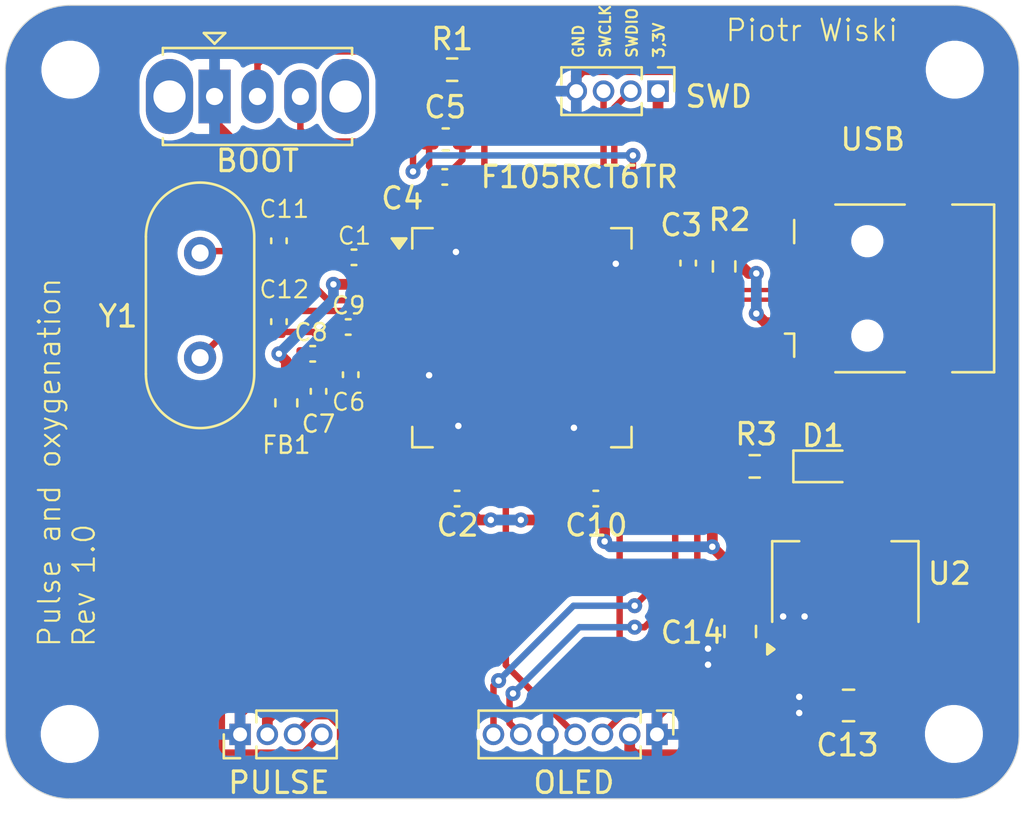
<source format=kicad_pcb>
(kicad_pcb (version 20240108) (generator "pcbnew") (generator_version "8.0")
  (title_block (title "STM32 Pulse sensor") (date "2024-06-02") (rev "v 1.0") (company "Piotr Wiski"))
  (layers (0 "F.Cu" signal) (31 "B.Cu" power) (34 "B.Paste" user) (35 "F.Paste" user) (36 "B.SilkS" user "B.Silkscreen") (37 "F.SilkS" user "F.Silkscreen") (38 "B.Mask" user) (39 "F.Mask" user) (44 "Edge.Cuts" user))
  (net 0 "")
  (net 1 "GND")
  (net 2 "+3.3V")
  (net 3 "+3.3VA")
  (net 4 "/NRST")
  (net 5 "/HSE_IN")
  (net 6 "/HSE_OUT")
  (net 7 "VBUS")
  (net 8 "Net-(D1-K)")
  (net 12 "/USB_D+")
  (net 13 "/USB_D-")
  (net 16 "/SWCLK")
  (net 17 "/SWDIO")
  (net 18 "/SPI1_MOSI")
  (net 19 "/SPI1_SCK")
  (net 20 "/OLED_DC")
  (net 21 "/OLED_CS")
  (net 22 "/I2C1_SDA")
  (net 23 "/I2C1_SCL")
  (net 24 "Net-(U1-BOOT0)")
  (net 25 "Net-(SW1-B)")
  (footprint "Package_QFP:LQFP-64_10x10mm_P0.5mm" (layer "F.Cu") (at 107.325 65.5)
    (property "Reference" "F105RCT6TR" (at 2.675 -7.5 0) (layer "F.SilkS"))
    (property "Value" "STM32F105RCT6TR")
    (pad "1" smd roundrect (at -5.675 -3.75) (size 1.55 0.3) (layers "F.Cu" "F.Paste" "F.Mask") (net 2 "+3.3V"))
    (pad "2" smd roundrect (at -5.675 -3.25) (size 1.55 0.3) (layers "F.Cu" "F.Paste" "F.Mask"))
    (pad "3" smd roundrect (at -5.675 -2.75) (size 1.55 0.3) (layers "F.Cu" "F.Paste" "F.Mask"))
    (pad "4" smd roundrect (at -5.675 -2.25) (size 1.55 0.3) (layers "F.Cu" "F.Paste" "F.Mask"))
    (pad "5" smd roundrect (at -5.675 -1.75) (size 1.55 0.3) (layers "F.Cu" "F.Paste" "F.Mask") (net 5 "/HSE_IN"))
    (pad "6" smd roundrect (at -5.675 -1.25) (size 1.55 0.3) (layers "F.Cu" "F.Paste" "F.Mask") (net 6 "/HSE_OUT"))
    (pad "7" smd roundrect (at -5.675 -0.75) (size 1.55 0.3) (layers "F.Cu" "F.Paste" "F.Mask") (net 4 "/NRST"))
    (pad "8" smd roundrect (at -5.675 -0.25) (size 1.55 0.3) (layers "F.Cu" "F.Paste" "F.Mask"))
    (pad "9" smd roundrect (at -5.675 0.25) (size 1.55 0.3) (layers "F.Cu" "F.Paste" "F.Mask"))
    (pad "10" smd roundrect (at -5.675 0.75) (size 1.55 0.3) (layers "F.Cu" "F.Paste" "F.Mask"))
    (pad "11" smd roundrect (at -5.675 1.25) (size 1.55 0.3) (layers "F.Cu" "F.Paste" "F.Mask"))
    (pad "12" smd roundrect (at -5.675 1.75) (size 1.55 0.3) (layers "F.Cu" "F.Paste" "F.Mask") (net 1 "GND"))
    (pad "13" smd roundrect (at -5.675 2.25) (size 1.55 0.3) (layers "F.Cu" "F.Paste" "F.Mask") (net 3 "+3.3VA"))
    (pad "14" smd roundrect (at -5.675 2.75) (size 1.55 0.3) (layers "F.Cu" "F.Paste" "F.Mask"))
    (pad "15" smd roundrect (at -5.675 3.25) (size 1.55 0.3) (layers "F.Cu" "F.Paste" "F.Mask"))
    (pad "16" smd roundrect (at -5.675 3.75) (size 1.55 0.3) (layers "F.Cu" "F.Paste" "F.Mask"))
    (pad "17" smd roundrect (at -3.75 5.675) (size 0.3 1.55) (layers "F.Cu" "F.Paste" "F.Mask"))
    (pad "18" smd roundrect (at -3.25 5.675) (size 0.3 1.55) (layers "F.Cu" "F.Paste" "F.Mask") (net 1 "GND"))
    (pad "19" smd roundrect (at -2.75 5.675) (size 0.3 1.55) (layers "F.Cu" "F.Paste" "F.Mask") (net 2 "+3.3V"))
    (pad "20" smd roundrect (at -2.25 5.675) (size 0.3 1.55) (layers "F.Cu" "F.Paste" "F.Mask"))
    (pad "21" smd roundrect (at -1.75 5.675) (size 0.3 1.55) (layers "F.Cu" "F.Paste" "F.Mask") (net 19 "/SPI1_SCK"))
    (pad "22" smd roundrect (at -1.25 5.675) (size 0.3 1.55) (layers "F.Cu" "F.Paste" "F.Mask"))
    (pad "23" smd roundrect (at -0.75 5.675) (size 0.3 1.55) (layers "F.Cu" "F.Paste" "F.Mask") (net 18 "/SPI1_MOSI"))
    (pad "24" smd roundrect (at -0.25 5.675) (size 0.3 1.55) (layers "F.Cu" "F.Paste" "F.Mask"))
    (pad "25" smd roundrect (at 0.25 5.675) (size 0.3 1.55) (layers "F.Cu" "F.Paste" "F.Mask"))
    (pad "26" smd roundrect (at 0.75 5.675) (size 0.3 1.55) (layers "F.Cu" "F.Paste" "F.Mask"))
    (pad "27" smd roundrect (at 1.25 5.675) (size 0.3 1.55) (layers "F.Cu" "F.Paste" "F.Mask"))
    (pad "28" smd roundrect (at 1.75 5.675) (size 0.3 1.55) (layers "F.Cu" "F.Paste" "F.Mask"))
    (pad "29" smd roundrect (at 2.25 5.675) (size 0.3 1.55) (layers "F.Cu" "F.Paste" "F.Mask"))
    (pad "30" smd roundrect (at 2.75 5.675) (size 0.3 1.55) (layers "F.Cu" "F.Paste" "F.Mask"))
    (pad "31" smd roundrect (at 3.25 5.675) (size 0.3 1.55) (layers "F.Cu" "F.Paste" "F.Mask") (net 1 "GND"))
    (pad "32" smd roundrect (at 3.75 5.675) (size 0.3 1.55) (layers "F.Cu" "F.Paste" "F.Mask") (net 2 "+3.3V"))
    (pad "33" smd roundrect (at 5.675 3.75) (size 1.55 0.3) (layers "F.Cu" "F.Paste" "F.Mask"))
    (pad "34" smd roundrect (at 5.675 3.25) (size 1.55 0.3) (layers "F.Cu" "F.Paste" "F.Mask"))
    (pad "35" smd roundrect (at 5.675 2.75) (size 1.55 0.3) (layers "F.Cu" "F.Paste" "F.Mask"))
    (pad "36" smd roundrect (at 5.675 2.25) (size 1.55 0.3) (layers "F.Cu" "F.Paste" "F.Mask"))
    (pad "37" smd roundrect (at 5.675 1.75) (size 1.55 0.3) (layers "F.Cu" "F.Paste" "F.Mask"))
    (pad "38" smd roundrect (at 5.675 1.25) (size 1.55 0.3) (layers "F.Cu" "F.Paste" "F.Mask"))
    (pad "39" smd roundrect (at 5.675 0.75) (size 1.55 0.3) (layers "F.Cu" "F.Paste" "F.Mask"))
    (pad "40" smd roundrect (at 5.675 0.25) (size 1.55 0.3) (layers "F.Cu" "F.Paste" "F.Mask"))
    (pad "41" smd roundrect (at 5.675 -0.25) (size 1.55 0.3) (layers "F.Cu" "F.Paste" "F.Mask"))
    (pad "42" smd roundrect (at 5.675 -0.75) (size 1.55 0.3) (layers "F.Cu" "F.Paste" "F.Mask") (net 21 "/OLED_CS"))
    (pad "43" smd roundrect (at 5.675 -1.25) (size 1.55 0.3) (layers "F.Cu" "F.Paste" "F.Mask") (net 20 "/OLED_DC"))
    (pad "44" smd roundrect (at 5.675 -1.75) (size 1.55 0.3) (layers "F.Cu" "F.Paste" "F.Mask") (net 13 "/USB_D-"))
    (pad "45" smd roundrect (at 5.675 -2.25) (size 1.55 0.3) (layers "F.Cu" "F.Paste" "F.Mask") (net 12 "/USB_D+"))
    (pad "46" smd roundrect (at 5.675 -2.75) (size 1.55 0.3) (layers "F.Cu" "F.Paste" "F.Mask") (net 17 "/SWDIO"))
    (pad "47" smd roundrect (at 5.675 -3.25) (size 1.55 0.3) (layers "F.Cu" "F.Paste" "F.Mask") (net 1 "GND"))
    (pad "48" smd roundrect (at 5.675 -3.75) (size 1.55 0.3) (layers "F.Cu" "F.Paste" "F.Mask") (net 2 "+3.3V"))
    (pad "49" smd roundrect (at 3.75 -5.675) (size 0.3 1.55) (layers "F.Cu" "F.Paste" "F.Mask") (net 16 "/SWCLK"))
    (pad "50" smd roundrect (at 3.25 -5.675) (size 0.3 1.55) (layers "F.Cu" "F.Paste" "F.Mask"))
    (pad "51" smd roundrect (at 2.75 -5.675) (size 0.3 1.55) (layers "F.Cu" "F.Paste" "F.Mask"))
    (pad "52" smd roundrect (at 2.25 -5.675) (size 0.3 1.55) (layers "F.Cu" "F.Paste" "F.Mask"))
    (pad "53" smd roundrect (at 1.75 -5.675) (size 0.3 1.55) (layers "F.Cu" "F.Paste" "F.Mask"))
    (pad "54" smd roundrect (at 1.25 -5.675) (size 0.3 1.55) (layers "F.Cu" "F.Paste" "F.Mask"))
    (pad "55" smd roundrect (at 0.75 -5.675) (size 0.3 1.55) (layers "F.Cu" "F.Paste" "F.Mask"))
    (pad "56" smd roundrect (at 0.25 -5.675) (size 0.3 1.55) (layers "F.Cu" "F.Paste" "F.Mask"))
    (pad "57" smd roundrect (at -0.25 -5.675) (size 0.3 1.55) (layers "F.Cu" "F.Paste" "F.Mask"))
    (pad "58" smd roundrect (at -0.75 -5.675) (size 0.3 1.55) (layers "F.Cu" "F.Paste" "F.Mask") (net 23 "/I2C1_SCL"))
    (pad "59" smd roundrect (at -1.25 -5.675) (size 0.3 1.55) (layers "F.Cu" "F.Paste" "F.Mask") (net 22 "/I2C1_SDA"))
    (pad "60" smd roundrect (at -1.75 -5.675) (size 0.3 1.55) (layers "F.Cu" "F.Paste" "F.Mask") (net 24 "Net-(U1-BOOT0)"))
    (pad "61" smd roundrect (at -2.25 -5.675) (size 0.3 1.55) (layers "F.Cu" "F.Paste" "F.Mask"))
    (pad "62" smd roundrect (at -2.75 -5.675) (size 0.3 1.55) (layers "F.Cu" "F.Paste" "F.Mask"))
    (pad "63" smd roundrect (at -3.25 -5.675) (size 0.3 1.55) (layers "F.Cu" "F.Paste" "F.Mask") (net 1 "GND"))
    (pad "64" smd roundrect (at -3.75 -5.675) (size 0.3 1.55) (layers "F.Cu" "F.Paste" "F.Mask") (net 2 "+3.3V"))
  )
  (footprint "Capacitor_SMD:C_0402_1005Metric" (layer "F.Cu") (at 115.075 62.02 -90)
    (property "Reference" "C3" (at -1.77 0.325 180) (layer "F.SilkS"))
    (property "Value" "100n")
    (pad "1" smd roundrect (at -0.48 0 270) (size 0.56 0.62) (layers "F.Cu" "F.Paste" "F.Mask") (net 2 "+3.3V"))
    (pad "2" smd roundrect (at 0.48 0 270) (size 0.56 0.62) (layers "F.Cu" "F.Paste" "F.Mask") (net 1 "GND"))
  )
  (footprint "MountingHole:MountingHole_2.2mm_M2" (layer "F.Cu") (at 127.5 53)
    (property "Reference" "H2" (hide yes))
    (property "Value" "MountingHole" (hide yes))
    (pad "" np_thru_hole circle (at 0 0) (size 2.2 2.2) (drill 2.2) (layers "*.Cu" "*.Mask"))
  )
  (footprint "Capacitor_SMD:C_0402_1005Metric" (layer "F.Cu") (at 96 64.75 -90)
    (property "Reference" "C12" (at -1.5 -0.25 180) (layer "F.SilkS") (effects (font (size 0.8 0.8) (thickness 0.1))))
    (property "Value" "22p")
    (pad "1" smd roundrect (at -0.48 0 270) (size 0.56 0.62) (layers "F.Cu" "F.Paste" "F.Mask") (net 6 "/HSE_OUT"))
    (pad "2" smd roundrect (at 0.48 0 270) (size 0.56 0.62) (layers "F.Cu" "F.Paste" "F.Mask") (net 1 "GND"))
  )
  (footprint "Connector_PinHeader_1.27mm:PinHeader_1x04_P1.27mm_Vertical" (layer "F.Cu") (at 113.67 54 -90)
    (property "Reference" "SWD" (at 0.25 -2.83 180) (layer "F.SilkS"))
    (property "Value" "Conn_SWD")
    (pad "1" thru_hole rect (at 0 0 270) (size 1 1) (drill 0.65) (layers "*.Cu" "*.Mask") (net 2 "+3.3V"))
    (pad "2" thru_hole oval (at 0 1.27 270) (size 1 1) (drill 0.65) (layers "*.Cu" "*.Mask") (net 17 "/SWDIO"))
    (pad "3" thru_hole oval (at 0 2.54 270) (size 1 1) (drill 0.65) (layers "*.Cu" "*.Mask") (net 16 "/SWCLK"))
    (pad "4" thru_hole oval (at 0 3.81 270) (size 1 1) (drill 0.65) (layers "*.Cu" "*.Mask") (net 1 "GND"))
  )
  (footprint "Connector_PinHeader_1.27mm:PinHeader_1x07_P1.27mm_Vertical" (layer "F.Cu") (at 113.62 84 -90)
    (property "Reference" "OLED" (at 2.25 3.87 180) (layer "F.SilkS"))
    (property "Value" "Conn_OLED")
    (pad "1" thru_hole rect (at 0 0 270) (size 1 1) (drill 0.65) (layers "*.Cu" "*.Mask") (net 1 "GND"))
    (pad "2" thru_hole oval (at 0 1.27 270) (size 1 1) (drill 0.65) (layers "*.Cu" "*.Mask") (net 7 "VBUS"))
    (pad "3" thru_hole oval (at 0 2.54 270) (size 1 1) (drill 0.65) (layers "*.Cu" "*.Mask") (net 19 "/SPI1_SCK"))
    (pad "4" thru_hole oval (at 0 3.81 270) (size 1 1) (drill 0.65) (layers "*.Cu" "*.Mask") (net 18 "/SPI1_MOSI"))
    (pad "5" thru_hole oval (at 0 5.08 270) (size 1 1) (drill 0.65) (layers "*.Cu" "*.Mask") (net 1 "GND"))
    (pad "6" thru_hole oval (at 0 6.35 270) (size 1 1) (drill 0.65) (layers "*.Cu" "*.Mask") (net 20 "/OLED_DC"))
    (pad "7" thru_hole oval (at 0 7.62 270) (size 1 1) (drill 0.65) (layers "*.Cu" "*.Mask") (net 21 "/OLED_CS"))
  )
  (footprint "Crystal:Crystal_HC49-4H_Vertical" (layer "F.Cu") (at 92.325 61.55 -90)
    (property "Reference" "Y1" (at 2.95 3.825 180) (layer "F.SilkS"))
    (property "Value" "16MHz")
    (pad "1" thru_hole circle (at 0 0 270) (size 1.5 1.5) (drill 0.8) (layers "*.Cu" "*.Mask") (net 5 "/HSE_IN"))
    (pad "2" thru_hole circle (at 4.88 0 270) (size 1.5 1.5) (drill 0.8) (layers "*.Cu" "*.Mask") (net 6 "/HSE_OUT"))
  )
  (footprint "Connector_USB:USB_Mini-B_Lumberg_2486_01_Horizontal" (layer "F.Cu") (at 123.425 63.2 90)
    (property "Reference" "USB" (at 6.95 0.255 180) (layer "F.SilkS"))
    (property "Value" "USB_B_Micro" (hide yes))
    (pad "" np_thru_hole circle (at -2.2 0 90) (size 1 1) (drill 1) (layers "*.Cu" "*.Mask"))
    (pad "" np_thru_hole circle (at 2.2 0 90) (size 1 1) (drill 1) (layers "*.Cu" "*.Mask"))
    (pad "1" smd rect (at -1.6 -2.7 90) (size 0.5 2) (layers "F.Cu" "F.Paste" "F.Mask") (net 7 "VBUS"))
    (pad "2" smd rect (at -0.8 -2.7 90) (size 0.5 2) (layers "F.Cu" "F.Paste" "F.Mask") (net 13 "/USB_D-"))
    (pad "3" smd rect (at 0 -2.7 90) (size 0.5 2) (layers "F.Cu" "F.Paste" "F.Mask") (net 12 "/USB_D+"))
    (pad "4" smd rect (at 0.8 -2.7 90) (size 0.5 2) (layers "F.Cu" "F.Paste" "F.Mask"))
    (pad "5" smd rect (at 1.6 -2.7 90) (size 0.5 2) (layers "F.Cu" "F.Paste" "F.Mask") (net 1 "GND"))
    (pad "6" smd rect (at -4.45 -2.6 90) (size 2 1.7) (layers "F.Cu" "F.Paste" "F.Mask"))
    (pad "6" smd rect (at -4.45 2.85 90) (size 2 1.7) (layers "F.Cu" "F.Paste" "F.Mask"))
    (pad "6" smd rect (at 4.45 -2.6 90) (size 2 1.7) (layers "F.Cu" "F.Paste" "F.Mask"))
    (pad "6" smd rect (at 4.45 2.85 90) (size 2 1.7) (layers "F.Cu" "F.Paste" "F.Mask"))
  )
  (footprint "Button_Switch_THT:SW_Slide_SPDT_Straight_CK_OS102011MS2Q" (layer "F.Cu") (at 93 54.25)
    (property "Reference" "BOOT" (at 2 3 0) (layer "F.SilkS"))
    (property "Value" "SW_SPDT")
    (pad "" thru_hole oval (at -2.1 0) (size 2.2 3.5) (drill 1.5) (layers "*.Cu" "*.Mask"))
    (pad "" thru_hole oval (at 6.1 0) (size 2.2 3.5) (drill 1.5) (layers "*.Cu" "*.Mask"))
    (pad "1" thru_hole rect (at 0 0) (size 1.5 2.5) (drill 0.8) (layers "*.Cu" "*.Mask") (net 1 "GND"))
    (pad "2" thru_hole oval (at 2 0) (size 1.5 2.5) (drill 0.8) (layers "*.Cu" "*.Mask") (net 25 "Net-(SW1-B)"))
    (pad "3" thru_hole oval (at 4 0) (size 1.5 2.5) (drill 0.8) (layers "*.Cu" "*.Mask") (net 2 "+3.3V"))
  )
  (footprint "Capacitor_SMD:C_0805_2012Metric" (layer "F.Cu") (at 122.55 82.65 180)
    (property "Reference" "C13" (at 0.05 -1.85 180) (layer "F.SilkS"))
    (property "Value" "22u")
    (pad "1" smd roundrect (at -0.95 0 180) (size 1 1.45) (layers "F.Cu" "F.Paste" "F.Mask") (net 7 "VBUS"))
    (pad "2" smd roundrect (at 0.95 0 180) (size 1 1.45) (layers "F.Cu" "F.Paste" "F.Mask") (net 1 "GND"))
  )
  (footprint "Resistor_SMD:R_0603_1608Metric" (layer "F.Cu") (at 104.075 53)
    (property "Reference" "R1" (at 0 -1.43 0) (layer "F.SilkS"))
    (property "Value" "10k")
    (pad "1" smd roundrect (at -0.825 0) (size 0.8 0.95) (layers "F.Cu" "F.Paste" "F.Mask") (net 25 "Net-(SW1-B)"))
    (pad "2" smd roundrect (at 0.825 0) (size 0.8 0.95) (layers "F.Cu" "F.Paste" "F.Mask") (net 24 "Net-(U1-BOOT0)"))
  )
  (footprint "Capacitor_SMD:C_0603_1608Metric" (layer "F.Cu") (at 103.775 56.25)
    (property "Reference" "C5" (at -0.025 -1.5 0) (layer "F.SilkS"))
    (property "Value" "10u")
    (pad "1" smd roundrect (at -0.775 0) (size 0.9 0.95) (layers "F.Cu" "F.Paste" "F.Mask") (net 2 "+3.3V"))
    (pad "2" smd roundrect (at 0.775 0) (size 0.9 0.95) (layers "F.Cu" "F.Paste" "F.Mask") (net 1 "GND"))
  )
  (footprint "Package_TO_SOT_SMD:SOT-223-3_TabPin2" (layer "F.Cu") (at 122.4 76.9 90)
    (property "Reference" "U2" (at 0.4 4.85 0) (layer "F.SilkS"))
    (property "Value" "AMS1117-3.3")
    (pad "1" smd roundrect (at -3.15 -2.3 90) (size 2 1.5) (layers "F.Cu" "F.Paste" "F.Mask") (net 1 "GND"))
    (pad "2" smd roundrect (at -3.15 0 90) (size 2 1.5) (layers "F.Cu" "F.Paste" "F.Mask") (net 2 "+3.3V"))
    (pad "2" smd roundrect (at 3.15 0 90) (size 2 3.8) (layers "F.Cu" "F.Paste" "F.Mask") (net 2 "+3.3V"))
    (pad "3" smd roundrect (at -3.15 2.3 90) (size 2 1.5) (layers "F.Cu" "F.Paste" "F.Mask") (net 7 "VBUS"))
  )
  (footprint "MountingHole:MountingHole_2.2mm_M2" (layer "F.Cu") (at 86.28 53)
    (property "Reference" "H1" (hide yes))
    (property "Value" "MountingHole" (hide yes))
    (pad "" np_thru_hole circle (at 0 0) (size 2.2 2.2) (drill 2.2) (layers "*.Cu" "*.Mask"))
  )
  (footprint "Inductor_SMD:L_0603_1608Metric" (layer "F.Cu") (at 96.345 68.5375 90)
    (property "Reference" "FB1" (at -1.9625 0 0) (layer "F.SilkS") (effects (font (size 0.8 0.8) (thickness 0.1125))))
    (property "Value" "120R")
    (pad "1" smd roundrect (at -0.7875 0 90) (size 0.875 0.95) (layers "F.Cu" "F.Paste" "F.Mask") (net 3 "+3.3VA"))
    (pad "2" smd roundrect (at 0.7875 0 90) (size 0.875 0.95) (layers "F.Cu" "F.Paste" "F.Mask") (net 2 "+3.3V"))
  )
  (footprint "Capacitor_SMD:C_0402_1005Metric" (layer "F.Cu") (at 99.23 65 180)
    (property "Reference" "C9" (at -0.02 1 180) (layer "F.SilkS") (effects (font (size 0.8 0.8) (thickness 0.1125))))
    (property "Value" "100n")
    (pad "1" smd roundrect (at -0.48 0 180) (size 0.56 0.62) (layers "F.Cu" "F.Paste" "F.Mask") (net 4 "/NRST"))
    (pad "2" smd roundrect (at 0.48 0 180) (size 0.56 0.62) (layers "F.Cu" "F.Paste" "F.Mask") (net 1 "GND"))
  )
  (footprint "MountingHole:MountingHole_2.2mm_M2" (layer "F.Cu") (at 127.46 83.98)
    (property "Reference" "H3" (hide yes))
    (property "Value" "MountingHole" (hide yes))
    (pad "" np_thru_hole circle (at 0 0) (size 2.2 2.2) (drill 2.2) (layers "*.Cu" "*.Mask"))
  )
  (footprint "Connector_PinHeader_1.27mm:PinHeader_1x04_P1.27mm_Vertical" (layer "F.Cu") (at 94.19 84 90)
    (property "Reference" "PULSE" (at -2.25 1.81 0) (layer "F.SilkS"))
    (property "Value" "Conn_MAX")
    (pad "1" thru_hole rect (at 0 0 90) (size 1 1) (drill 0.65) (layers "*.Cu" "*.Mask") (net 1 "GND"))
    (pad "2" thru_hole oval (at 0 1.27 90) (size 1 1) (drill 0.65) (layers "*.Cu" "*.Mask") (net 2 "+3.3V"))
    (pad "3" thru_hole oval (at 0 2.54 90) (size 1 1) (drill 0.65) (layers "*.Cu" "*.Mask") (net 22 "/I2C1_SDA"))
    (pad "4" thru_hole oval (at 0 3.81 90) (size 1 1) (drill 0.65) (layers "*.Cu" "*.Mask") (net 23 "/I2C1_SCL"))
  )
  (footprint "Resistor_SMD:R_0603_1608Metric" (layer "F.Cu") (at 118.175 71.5)
    (property "Reference" "R3" (at 0.075 -1.5 0) (layer "F.SilkS"))
    (property "Value" "1k5")
    (pad "1" smd roundrect (at -0.825 0) (size 0.8 0.95) (layers "F.Cu" "F.Paste" "F.Mask") (net 1 "GND"))
    (pad "2" smd roundrect (at 0.825 0) (size 0.8 0.95) (layers "F.Cu" "F.Paste" "F.Mask") (net 8 "Net-(D1-K)"))
  )
  (footprint "Capacitor_SMD:C_0402_1005Metric" (layer "F.Cu") (at 97.575 66.25)
    (property "Reference" "C8" (at -0.075 -1 0) (layer "F.SilkS") (effects (font (size 0.8 0.8) (thickness 0.1125))))
    (property "Value" "1u")
    (pad "1" smd roundrect (at -0.48 0) (size 0.56 0.62) (layers "F.Cu" "F.Paste" "F.Mask") (net 2 "+3.3V"))
    (pad "2" smd roundrect (at 0.48 0) (size 0.56 0.62) (layers "F.Cu" "F.Paste" "F.Mask") (net 1 "GND"))
  )
  (footprint "Capacitor_SMD:C_0402_1005Metric" (layer "F.Cu") (at 103.73 58)
    (property "Reference" "C4" (at -1.98 1 0) (layer "F.SilkS"))
    (property "Value" "100n")
    (pad "1" smd roundrect (at -0.48 0) (size 0.56 0.62) (layers "F.Cu" "F.Paste" "F.Mask") (net 2 "+3.3V"))
    (pad "2" smd roundrect (at 0.48 0) (size 0.56 0.62) (layers "F.Cu" "F.Paste" "F.Mask") (net 1 "GND"))
  )
  (footprint "Capacitor_SMD:C_0402_1005Metric" (layer "F.Cu") (at 99.5 61.75 180)
    (property "Reference" "C1" (at -0.02 1 0) (layer "F.SilkS") (effects (font (size 0.8 0.8) (thickness 0.1))))
    (property "Value" "100n")
    (pad "1" smd roundrect (at -0.48 0 180) (size 0.56 0.62) (layers "F.Cu" "F.Paste" "F.Mask") (net 2 "+3.3V"))
    (pad "2" smd roundrect (at 0.48 0 180) (size 0.56 0.62) (layers "F.Cu" "F.Paste" "F.Mask") (net 1 "GND"))
  )
  (footprint "Capacitor_SMD:C_0402_1005Metric" (layer "F.Cu") (at 104.305 73 180)
    (property "Reference" "C2" (at -0.02 -1.25 180) (layer "F.SilkS"))
    (property "Value" "100n")
    (pad "1" smd roundrect (at -0.48 0 180) (size 0.56 0.62) (layers "F.Cu" "F.Paste" "F.Mask") (net 2 "+3.3V"))
    (pad "2" smd roundrect (at 0.48 0 180) (size 0.56 0.62) (layers "F.Cu" "F.Paste" "F.Mask") (net 1 "GND"))
  )
  (footprint "Capacitor_SMD:C_0402_1005Metric" (layer "F.Cu") (at 110.77 73 180)
    (property "Reference" "C10" (at -0.02 -1.25 180) (layer "F.SilkS"))
    (property "Value" "100n")
    (pad "1" smd roundrect (at -0.48 0 180) (size 0.56 0.62) (layers "F.Cu" "F.Paste" "F.Mask") (net 2 "+3.3V"))
    (pad "2" smd roundrect (at 0.48 0 180) (size 0.56 0.62) (layers "F.Cu" "F.Paste" "F.Mask") (net 1 "GND"))
  )
  (footprint "MountingHole:MountingHole_2.2mm_M2" (layer "F.Cu") (at 86.25 83.98)
    (property "Reference" "H4" (hide yes))
    (property "Value" "MountingHole" (hide yes))
    (pad "" np_thru_hole circle (at 0 0) (size 2.2 2.2) (drill 2.2) (layers "*.Cu" "*.Mask"))
  )
  (footprint "Capacitor_SMD:C_0402_1005Metric" (layer "F.Cu") (at 99.345 67.225 90)
    (property "Reference" "C6" (at -1.275 -0.095 180) (layer "F.SilkS") (effects (font (size 0.8 0.8) (thickness 0.1))))
    (property "Value" "10n")
    (pad "1" smd roundrect (at -0.48 0 90) (size 0.56 0.62) (layers "F.Cu" "F.Paste" "F.Mask") (net 3 "+3.3VA"))
    (pad "2" smd roundrect (at 0.48 0 90) (size 0.56 0.62) (layers "F.Cu" "F.Paste" "F.Mask") (net 1 "GND"))
  )
  (footprint "Capacitor_SMD:C_0402_1005Metric" (layer "F.Cu") (at 97.845 68 90)
    (property "Reference" "C7" (at -1.52 0 0) (layer "F.SilkS") (effects (font (size 0.8 0.8) (thickness 0.1125))))
    (property "Value" "1u")
    (pad "1" smd roundrect (at -0.48 0 90) (size 0.56 0.62) (layers "F.Cu" "F.Paste" "F.Mask") (net 3 "+3.3VA"))
    (pad "2" smd roundrect (at 0.48 0 90) (size 0.56 0.62) (layers "F.Cu" "F.Paste" "F.Mask") (net 1 "GND"))
  )
  (footprint "Resistor_SMD:R_0603_1608Metric" (layer "F.Cu") (at 116.75 62.175 -90)
    (property "Reference" "R2" (at -2.175 -0.25 180) (layer "F.SilkS"))
    (property "Value" "1k5")
    (pad "1" smd roundrect (at -0.825 0 270) (size 0.8 0.95) (layers "F.Cu" "F.Paste" "F.Mask") (net 7 "VBUS"))
    (pad "2" smd roundrect (at 0.825 0 270) (size 0.8 0.95) (layers "F.Cu" "F.Paste" "F.Mask") (net 12 "/USB_D+"))
  )
  (footprint "Capacitor_SMD:C_0805_2012Metric" (layer "F.Cu") (at 117.5 79.2 -90)
    (property "Reference" "C14" (at 0.05 2.25 180) (layer "F.SilkS"))
    (property "Value" "22u")
    (pad "1" smd roundrect (at -0.95 0 270) (size 1 1.45) (layers "F.Cu" "F.Paste" "F.Mask") (net 2 "+3.3V"))
    (pad "2" smd roundrect (at 0.95 0 270) (size 1 1.45) (layers "F.Cu" "F.Paste" "F.Mask") (net 1 "GND"))
  )
  (footprint "LED_SMD:LED_0603_1608Metric" (layer "F.Cu") (at 121.4625 71.5)
    (property "Reference" "D1" (at -0.1125 -1.43 0) (layer "F.SilkS"))
    (property "Value" "RED_LED")
    (pad "1" smd roundrect (at -0.7875 0) (size 0.875 0.95) (layers "F.Cu" "F.Paste" "F.Mask") (net 8 "Net-(D1-K)"))
    (pad "2" smd roundrect (at 0.7875 0) (size 0.875 0.95) (layers "F.Cu" "F.Paste" "F.Mask") (net 2 "+3.3V"))
  )
  (footprint "Capacitor_SMD:C_0402_1005Metric" (layer "F.Cu") (at 96 60.98 90)
    (property "Reference" "C11" (at 1.48 0.25 0) (layer "F.SilkS") (effects (font (size 0.8 0.8) (thickness 0.1))))
    (property "Value" "22p")
    (pad "1" smd roundrect (at -0.48 0 90) (size 0.56 0.62) (layers "F.Cu" "F.Paste" "F.Mask") (net 5 "/HSE_IN"))
    (pad "2" smd roundrect (at 0.48 0 90) (size 0.56 0.62) (layers "F.Cu" "F.Paste" "F.Mask") (net 1 "GND"))
  )
  (gr_line (start 130.5 84) (end 130.5 53) (stroke (width 0.05)) (layer "Edge.Cuts"))
  (gr_line (start 127.5 50) (end 86.25 50) (stroke (width 0.05)) (layer "Edge.Cuts"))
  (gr_line (start 83.25 53) (end 83.25 53.5) (stroke (width 0.05)) (layer "Edge.Cuts"))
  (gr_line (start 127.5 87) (end 86.25 87) (stroke (width 0.05)) (layer "Edge.Cuts"))
  (gr_arc (start 130.5 84) (mid 129.62132 86.12132) (end 127.5 87) (stroke (width 0.05)) (layer "Edge.Cuts"))
  (gr_line (start 83.25 53.5) (end 83.25 84) (stroke (width 0.05)) (layer "Edge.Cuts"))
  (gr_arc (start 127.5 50) (mid 129.62132 50.87868) (end 130.5 53) (stroke (width 0.05)) (layer "Edge.Cuts"))
  (gr_arc (start 86.25 87) (mid 84.12868 86.12132) (end 83.25 84) (stroke (width 0.05)) (layer "Edge.Cuts"))
  (gr_arc (start 83.25 53) (mid 84.12868 50.87868) (end 86.25 50) (stroke (width 0.05)) (layer "Edge.Cuts"))
  (gr_text "GND" (at 110.25 52.5 90) (layer "F.SilkS") (effects (font (size 0.5 0.5) (thickness 0.1)) (justify left bottom)))
  (gr_text "SWCLK" (at 111.5 52.5 90) (layer "F.SilkS") (effects (font (size 0.5 0.5) (thickness 0.1)) (justify left bottom)))
  (gr_text "3,3V" (at 114 52.5 90) (layer "F.SilkS") (effects (font (size 0.5 0.5) (thickness 0.1)) (justify left bottom)))
  (gr_text "Piotr Wiski" (at 116.75 51.75 0) (layer "F.SilkS") (effects (font (size 1 1) (thickness 0.1)) (justify left bottom)))
  (gr_text "Pulse and oxygenation\nRev 1.0" (at 87.5 80 90) (layer "F.SilkS") (effects (font (size 1 1) (thickness 0.1)) (justify left bottom)))
  (gr_text "SWDIO" (at 112.75 52.5 90) (layer "F.SilkS") (effects (font (size 0.5 0.5) (thickness 0.1)) (justify left bottom)))
  (segment (start 113.62 84) (end 113.62 83.13) (width 0.5) (layer "F.Cu") (net 1))
  (segment (start 113.62 83.13) (end 116 80.75) (width 0.5) (layer "F.Cu") (net 1))
  (segment (start 104.21 57.54) (end 104.55 57.2) (width 0.3) (layer "F.Cu") (net 1))
  (segment (start 97.77 60.5) (end 96 60.5) (width 0.5) (layer "F.Cu") (net 1))
  (segment (start 117.35 71.5) (end 119.5 73.65) (width 0.5) (layer "F.Cu") (net 1))
  (segment (start 120.725 61.6) (end 115 55.875) (width 0.5) (layer "F.Cu") (net 1))
  (segment (start 103.825 72.425) (end 103.825 73) (width 0.3) (layer "F.Cu") (net 1))
  (segment (start 98.055 67.31) (end 97.845 67.52) (width 0.3) (layer "F.Cu") (net 1))
  (segment (start 104.075 58.925) (end 104.25 58.75) (width 0.3) (layer "F.Cu") (net 1))
  (segment (start 94.19 84) (end 94.19 83) (width 0.5) (layer "F.Cu") (net 1))
  (segment (start 96 65.23) (end 97.59 65.23) (width 0.3) (layer "F.Cu") (net 1))
  (segment (start 110.575 71.175) (end 110.575 70.29688) (width 0.3) (layer "F.Cu") (net 1))
  (segment (start 110.29 72.33812) (end 110.29 73) (width 0.3) (layer "F.Cu") (net 1))
  (segment (start 99.391846 66.745) (end 99.345 66.745) (width 0.3) (layer "F.Cu") (net 1))
  (segment (start 109.86 53.292894) (end 109.86 54) (width 0.5) (layer "F.Cu") (net 1))
  (segment (start 98.055 65.695) (end 98.75 65) (width 0.3) (layer "F.Cu") (net 1))
  (segment (start 99.02 61.75) (end 97.77 60.5) (width 0.5) (layer "F.Cu") (net 1))
  (segment (start 104.075 59.825) (end 104.075 61.325) (width 0.3) (layer "F.Cu") (net 1))
  (segment (start 98.055 66.25) (end 98.055 65.695) (width 0.3) (layer "F.Cu") (net 1))
  (segment (start 93 55.5) (end 93 54.25) (width 0.5) (layer "F.Cu") (net 1))
  (segment (start 101.65 67.25) (end 99.896846 67.25) (width 0.3) (layer "F.Cu") (net 1))
  (segment (start 109.97812 69.7) (end 109.75 69.7) (width 0.3) (layer "F.Cu") (net 1))
  (segment (start 115 53.43) (end 114.57 53) (width 0.5) (layer "F.Cu") (net 1))
  (segment (start 97.59 65.23) (end 98.055 65.695) (width 0.3) (layer "F.Cu") (net 1))
  (segment (start 104.075 61.325) (end 104.25 61.5) (width 0.3) (layer "F.Cu") (net 1))
  (segment (start 114 62.25) (end 114.25 62.5) (width 0.3) (layer "F.Cu") (net 1))
  (segment (start 101.65 67.25) (end 103 67.25) (width 0.3) (layer "F.Cu") (net 1))
  (segment (start 98.85 66.25) (end 98.055 66.25) (width 0.3) (layer "F.Cu") (net 1))
  (segment (start 99.896846 67.25) (end 99.391846 66.745) (width 0.3) (layer "F.Cu") (net 1))
  (segment (start 113 62.25) (end 111.9 62.25) (width 0.3) (layer "F.Cu") (net 1))
  (segment (start 94.19 83) (end 103.825 73.365) (width 0.5) (layer "F.Cu") (net 1))
  (segment (start 110.152894 53) (end 109.86 53.292894) (width 0.5) (layer "F.Cu") (net 1))
  (segment (start 104.075 72.175) (end 103.825 72.425) (width 0.3) (layer "F.Cu") (net 1))
  (segment (start 104.075 71.175) (end 104.075 69.900177) (width 0.3) (layer "F.Cu") (net 1))
  (segment (start 115 55.875) (end 115 53.43) (width 0.5) (layer "F.Cu") (net 1))
  (segment (start 113 62.25) (end 114 62.25) (width 0.3) (layer "F.Cu") (net 1))
  (segment (start 110.575 71.175) (end 110.575 72.05312) (width 0.3) (layer "F.Cu") (net 1))
  (segment (start 104.075 59.825) (end 104.075 58.925) (width 0.3) (layer "F.Cu") (net 1))
  (segment (start 104.075 69.900177) (end 104.362588 69.612589) (width 0.3) (layer "F.Cu") (net 1))
  (segment (start 98.055 66.25) (end 98.055 67.31) (width 0.3) (layer "F.Cu") (net 1))
  (segment (start 99.345 66.745) (end 98.85 66.25) (width 0.3) (layer "F.Cu") (net 1))
  (segment (start 104.21 58) (end 104.21 57.54) (width 0.3) (layer "F.Cu") (net 1))
  (segment (start 104.55 57.2) (end 104.55 56.25) (width 0.3) (layer "F.Cu") (net 1))
  (segment (start 96 58.5) (end 93 55.5) (width 0.5) (layer "F.Cu") (net 1))
  (segment (start 110.575 72.05312) (end 110.29 72.33812) (width 0.3) (layer "F.Cu") (net 1))
  (segment (start 110.575 70.29688) (end 109.97812 69.7) (width 0.3) (layer "F.Cu") (net 1))
  (segment (start 119.5 73.65) (end 119.5 78.5) (width 0.5) (layer "F.Cu") (net 1))
  (segment (start 114.25 62.5) (end 115.075 62.5) (width 0.3) (layer "F.Cu") (net 1))
  (segment (start 103.825 73.365) (end 103.825 73) (width 0.5) (layer "F.Cu") (net 1))
  (segment (start 104.25 58.75) (end 104.21 58.71) (width 0.3) (layer "F.Cu") (net 1))
  (segment (start 114.57 53) (end 110.152894 53) (width 0.5) (layer "F.Cu") (net 1))
  (segment (start 96 60.5) (end 96 58.5) (width 0.5) (layer "F.Cu") (net 1))
  (segment (start 104.075 71.175) (end 104.075 72.175) (width 0.3) (layer "F.Cu") (net 1))
  (segment (start 111.9 62.25) (end 111.7 62.05) (width 0.3) (layer "F.Cu") (net 1))
  (segment (start 104.21 58.71) (end 104.21 58) (width 0.3) (layer "F.Cu") (net 1))
  (via (at 116 80.75) (size 0.7) (drill 0.3) (layers "F.Cu" "B.Cu") (net 1))
  (via (at 120.5 78.5) (size 0.7) (drill 0.3) (layers "F.Cu" "B.Cu") (net 1))
  (via (at 111.7 62.05) (size 0.7) (drill 0.3) (layers "F.Cu" "B.Cu") (net 1))
  (via (at 103 67.25) (size 0.7) (drill 0.3) (layers "F.Cu" "B.Cu") (net 1))
  (via (at 119.5 78.5) (size 0.7) (drill 0.3) (layers "F.Cu" "B.Cu") (net 1))
  (via (at 116 80) (size 0.7) (drill 0.3) (layers "F.Cu" "B.Cu") (net 1))
  (via (at 120.25 83) (size 0.7) (drill 0.3) (layers "F.Cu" "B.Cu") (net 1))
  (via (at 104.362588 69.612589) (size 0.7) (drill 0.3) (layers "F.Cu" "B.Cu") (net 1))
  (via (at 120.25 82.25) (size 0.7) (drill 0.3) (layers "F.Cu" "B.Cu") (net 1))
  (via (at 104.25 61.5) (size 0.7) (drill 0.3) (layers "F.Cu" "B.Cu") (net 1))
  (via (at 109.75 69.7) (size 0.7) (drill 0.3) (layers "F.Cu" "B.Cu") (net 1))
  (segment (start 98.25 82) (end 96.752894 82) (width 0.5) (layer "F.Cu") (net 2))
  (segment (start 96.501447 82.251447) (end 104.785 73.967894) (width 0.5) (layer "F.Cu") (net 2))
  (segment (start 103.575 58.825) (end 103.25 58.5) (width 0.3) (layer "F.Cu") (net 2))
  (segment (start 99.5 83.25) (end 98.25 82) (width 0.5) (layer "F.Cu") (net 2))
  (segment (start 96.345 66.595) (end 96 66.25) (width 0.5) (layer "F.Cu") (net 2))
  (segment (start 114.25 61.5) (end 114.29 61.54) (width 0.3) (layer "F.Cu") (net 2))
  (segment (start 96.345 67.75) (end 96.345 67) (width 0.3) (layer "F.Cu") (net 2))
  (segment (start 97 54.25) (end 97 55.8) (width 0.3) (layer "F.Cu") (net 2))
  (segment (start 97.55 56.35) (end 102.5 56.35) (width 0.3) (layer "F.Cu") (net 2))
  (segment (start 99 86.25) (end 99.5 85.75) (width 0.5) (layer "F.Cu") (net 2))
  (segment (start 91.25 85.25) (end 92.25 86.25) (width 0.5) (layer "F.Cu") (net 2))
  (segment (start 103 61.75) (end 103.575 61.175) (width 0.3) (layer "F.Cu") (net 2))
  (segment (start 111.25 72.25) (end 111.25 73) (width 0.3) (layer "F.Cu") (net 2))
  (segment (start 98.539975 63.010025) (end 99.239975 63.010025) (width 0.5) (layer "F.Cu") (net 2))
  (segment (start 97 55.8) (end 97.55 56.35) (width 0.3) (layer "F.Cu") (net 2))
  (segment (start 99.98 62.27) (end 99.98 61.75) (width 0.5) (layer "F.Cu") (net 2))
  (segment (start 111.18 73.07) (end 111.25 73) (width 0.5) (layer "F.Cu") (net 2))
  (segment (start 103.25 57.75) (end 103 57.5) (width 0.3) (layer "F.Cu") (net 2))
  (segment (start 121.25 70.5) (end 122.25 71.5) (width 0.5) (layer "F.Cu") (net 2))
  (segment (start 113 61.75) (end 112.5 61.25) (width 0.3) (layer "F.Cu") (net 2))
  (segment (start 102.5 56.35) (end 102.9 56.35) (width 0.3) (layer "F.Cu") (net 2))
  (segment (start 96.345 67.75) (end 91.25 72.845) (width 0.5) (layer "F.Cu") (net 2))
  (segment (start 105.285 74) (end 104.785 73.5) (width 0.5) (layer "F.Cu") (net 2))
  (segment (start 116.2 71.25022) (end 116.95022 70.5) (width 0.5) (layer "F.Cu") (net 2))
  (segment (start 96.752894 82) (end 96.501447 82.251447) (width 0.5) (layer "F.Cu") (net 2))
  (segment (start 113.67 60.135) (end 115.075 61.54) (width 0.5) (layer "F.Cu") (net 2))
  (segment (start 103.575 59.825) (end 103.575 58.825) (width 0.3) (layer "F.Cu") (net 2))
  (segment (start 103.575 61.175) (end 103.575 59.825) (width 0.3) (layer "F.Cu") (net 2))
  (segment (start 104.785 73.5) (end 104.785 73) (width 0.5) (layer "F.Cu") (net 2))
  (segment (start 113 61.75) (end 114 61.75) (width 0.3) (layer "F.Cu") (net 2))
  (segment (start 92.25 86.25) (end 99 86.25) (width 0.5) (layer "F.Cu") (net 2))
  (segment (start 103.25 58.5) (end 103.25 58) (width 0.3) (layer "F.Cu") (net 2))
  (segment (start 103.25 58) (end 103.25 57.75) (width 0.3) (layer "F.Cu") (net 2))
  (segment (start 105.875 74) (end 105.285 74) (width 0.5) (layer "F.Cu") (net 2))
  (segment (start 117.5 76.55) (end 116.2 75.25) (width 0.5) (layer "F.Cu") (net 2))
  (segment (start 99.98 61.75) (end 101.65 61.75) (width 0.3) (layer "F.Cu") (net 2))
  (segment (start 102.9 56.35) (end 103 56.25) (width 0.3) (layer "F.Cu") (net 2))
  (segment (start 95.46 83.292894) (end 96.501447 82.251447) (width 0.5) (layer "F.Cu") (net 2))
  (segment (start 116.2 75.25) (end 116.2 71.25022) (width 0.5) (layer "F.Cu") (net 2))
  (segment (start 114.29 61.54) (end 115.075 61.54) (width 0.3) (layer "F.Cu") (net 2))
  (segment (start 102.25 57.75) (end 102.25 56.6) (width 0.3) (layer "F.Cu") (net 2))
  (segment (start 111.18 74) (end 111.18 73.07) (width 0.5) (layer "F.Cu") (net 2))
  (segment (start 117.5 78.25) (end 117.5 76.55) (width 0.5) (layer "F.Cu") (net 2))
  (segment (start 111.18 75) (end 111.18 74) (width 0.5) (layer "F.Cu") (net 2))
  (segment (start 116.95022 70.5) (end 121.25 70.5) (width 0.5) (layer "F.Cu") (net 2))
  (segment (start 101.65 61.75) (end 103 61.75) (width 0.3) (layer "F.Cu") (net 2))
  (segment (start 102.25 56.6) (end 102.5 56.35) (width 0.3) (layer "F.Cu") (net 2))
  (segment (start 99.5 85.75) (end 99.5 83.25) (width 0.5) (layer "F.Cu") (net 2))
  (segment (start 114 61.75) (end 114.25 61.5) (width 0.3) (layer "F.Cu") (net 2))
  (segment (start 104.785 73.967894) (end 104.785 73.5) (width 0.5) (layer "F.Cu") (net 2))
  (segment (start 99.239975 63.010025) (end 99.98 62.27) (width 0.5) (layer "F.Cu") (net 2))
  (segment (start 104.575 71.175) (end 104.575 72.05312) (width 0.3) (layer "F.Cu") (net 2))
  (segment (start 122.65 80.3) (end 122.4 80.05) (width 0.3) (layer "F.Cu") (net 2))
  (segment (start 104.575 72.05312) (end 104.785 72.26312) (width 0.3) (layer "F.Cu") (net 2))
  (segment (start 104.785 72.26312) (end 104.785 73) (width 0.3) (layer "F.Cu") (net 2))
  (segment (start 96.345 67.75) (end 96.345 66.595) (width 0.5) (layer "F.Cu") (net 2))
  (segment (start 113.67 54) (end 113.67 60.135) (width 0.5) (layer "F.Cu") (net 2))
  (segment (start 95.46 84) (end 95.46 83.292894) (width 0.5) (layer "F.Cu") (net 2))
  (segment (start 103 57.5) (end 103 56.25) (width 0.3) (layer "F.Cu") (net 2))
  (segment (start 111.18 74) (end 107.275 74) (width 0.5) (layer "F.Cu") (net 2))
  (segment (start 91.25 72.845) (end 91.25 85.25) (width 0.5) (layer "F.Cu") (net 2))
  (segment (start 96.345 67) (end 97.095 66.25) (width 0.3) (layer "F.Cu") (net 2))
  (segment (start 112.5 61.25) (end 112.5 57) (width 0.3) (layer "F.Cu") (net 2))
  (segment (start 111.075 72.075) (end 111.25 72.25) (width 0.3) (layer "F.Cu") (net 2))
  (segment (start 111.075 71.175) (end 111.075 72.075) (width 0.3) (layer "F.Cu") (net 2))
  (via (at 105.875 74) (size 0.7) (drill 0.3) (layers "F.Cu" "B.Cu") (net 2))
  (via (at 112.5 57) (size 0.7) (drill 0.3) (layers "F.Cu" "B.Cu") (net 2))
  (via (at 116.2 75.25) (size 0.7) (drill 0.3) (layers "F.Cu" "B.Cu") (net 2))
  (via (at 111.18 75) (size 0.7) (drill 0.3) (layers "F.Cu" "B.Cu") (net 2))
  (via (at 107.275 74) (size 0.7) (drill 0.3) (layers "F.Cu" "B.Cu") (net 2))
  (via (at 98.539975 63.010025) (size 0.7) (drill 0.3) (layers "F.Cu" "B.Cu") (net 2))
  (via (at 96 66.25) (size 0.7) (drill 0.3) (layers "F.Cu" "B.Cu") (net 2))
  (via (at 102.25 57.75) (size 0.7) (drill 0.3) (layers "F.Cu" "B.Cu") (net 2))
  (segment (start 103 57) (end 102.25 57.75) (width 0.3) (layer "B.Cu") (net 2))
  (segment (start 107.275 74) (end 105.875 74) (width 0.5) (layer "B.Cu") (net 2))
  (segment (start 111.43 75.25) (end 111.18 75) (width 0.5) (layer "B.Cu") (net 2))
  (segment (start 116.2 75.25) (end 111.43 75.25) (width 0.5) (layer "B.Cu") (net 2))
  (segment (start 112.5 57) (end 103 57) (width 0.3) (layer "B.Cu") (net 2))
  (segment (start 98.539975 63.010025) (end 98.539975 63.710025) (width 0.5) (layer "B.Cu") (net 2))
  (segment (start 98.539975 63.710025) (end 96 66.25) (width 0.5) (layer "B.Cu") (net 2))
  (segment (start 98.865 68.48) (end 99.345 68) (width 0.3) (layer "F.Cu") (net 3))
  (segment (start 97.845 68.48) (end 98.865 68.48) (width 0.3) (layer "F.Cu") (net 3))
  (segment (start 99.345 68) (end 99.595 67.75) (width 0.3) (layer "F.Cu") (net 3))
  (segment (start 96.345 69.325) (end 97 69.325) (width 0.3) (layer "F.Cu") (net 3))
  (segment (start 97 69.325) (end 97.845 68.48) (width 0.3) (layer "F.Cu") (net 3))
  (segment (start 99.595 67.75) (end 101.65 67.75) (width 0.3) (layer "F.Cu") (net 3))
  (segment (start 99.96 64.75) (end 101.65 64.75) (width 0.3) (layer "F.Cu") (net 4))
  (segment (start 99.71 65) (end 99.96 64.75) (width 0.3) (layer "F.Cu") (net 4))
  (segment (start 92.415 61.46) (end 92.325 61.55) (width 0.3) (layer "F.Cu") (net 5))
  (segment (start 96 61.46) (end 92.415 61.46) (width 0.3) (layer "F.Cu") (net 5))
  (segment (start 98.29 63.75) (end 101.65 63.75) (width 0.3) (layer "F.Cu") (net 5))
  (segment (start 96 61.46) (end 98.29 63.75) (width 0.3) (layer "F.Cu") (net 5))
  (segment (start 96.02 64.25) (end 101.65 64.25) (width 0.3) (layer "F.Cu") (net 6))
  (segment (start 96 64.27) (end 96.02 64.25) (width 0.3) (layer "F.Cu") (net 6))
  (segment (start 92.325 66.43) (end 94.485 64.27) (width 0.3) (layer "F.Cu") (net 6))
  (segment (start 94.485 64.27) (end 96 64.27) (width 0.3) (layer "F.Cu") (net 6))
  (segment (start 117.9 62.5) (end 116.75 61.35) (width 0.5) (layer "F.Cu") (net 7))
  (segment (start 120.725 64.8) (end 119.525 66) (width 0.5) (layer "F.Cu") (net 7))
  (segment (start 121.2 84.95) (end 112.592894 84.95) (width 0.5) (layer "F.Cu") (net 7))
  (segment (start 118.675 64.8) (end 118.25 64.375) (width 0.5) (layer "F.Cu") (net 7))
  (segment (start 119.925 69.5) (end 122.5 69.5) (width 0.5) (layer "F.Cu") (net 7))
  (segment (start 112.35 84.707106) (end 112.35 84) (width 0.5) (layer "F.Cu") (net 7))
  (segment (start 118.25 62.5) (end 117.9 62.5) (width 0.5) (layer "F.Cu") (net 7))
  (segment (start 120.725 64.8) (end 118.675 64.8) (width 0.5) (layer "F.Cu") (net 7))
  (segment (start 123.5 82.65) (end 121.2 84.95) (width 0.5) (layer "F.Cu") (net 7))
  (segment (start 125.75 79) (end 124.7 80.05) (width 0.5) (layer "F.Cu") (net 7))
  (segment (start 112.592894 84.95) (end 112.35 84.707106) (width 0.5) (layer "F.Cu") (net 7))
  (segment (start 122.5 69.5) (end 125.75 72.75) (width 0.5) (layer "F.Cu") (net 7))
  (segment (start 119.525 66) (end 119.525 69.1) (width 0.5) (layer "F.Cu") (net 7))
  (segment (start 119.525 69.1) (end 119.925 69.5) (width 0.5) (layer "F.Cu") (net 7))
  (segment (start 125.75 72.75) (end 125.75 79) (width 0.5) (layer "F.Cu") (net 7))
  (via (at 118.25 64.375) (size 0.7) (drill 0.3) (layers "F.Cu" "B.Cu") (net 7))
  (via (at 118.25 62.5) (size 0.7) (drill 0.3) (layers "F.Cu" "B.Cu") (net 7))
  (segment (start 118.25 64.375) (end 118.25 62.5) (width 0.5) (layer "B.Cu") (net 7))
  (segment (start 120.675 71.5) (end 119 71.5) (width 0.3) (layer "F.Cu") (net 8))
  (segment (start 119.401206 63.2) (end 119.326206 63.275) (width 0.2) (layer "F.Cu") (net 12))
  (segment (start 114.187501 63.275) (end 119.326206 63.275) (width 0.2) (layer "F.Cu") (net 12))
  (segment (start 120.725 63.2) (end 119.401206 63.2) (width 0.2) (layer "F.Cu") (net 12))
  (segment (start 113.049999 63.299999) (end 113 63.25) (width 0.2) (layer "F.Cu") (net 12))
  (segment (start 113 63.25) (end 114.162501 63.25) (width 0.2) (layer "F.Cu") (net 12))
  (segment (start 114.162501 63.25) (end 114.187501 63.275) (width 0.2) (layer "F.Cu") (net 12))
  (segment (start 120.475 63.75) (end 119.425 63.75) (width 0.2) (layer "F.Cu") (net 13))
  (segment (start 119.425 63.725) (end 114.187501 63.725) (width 0.2) (layer "F.Cu") (net 13))
  (segment (start 120.725 64) (end 120.475 63.75) (width 0.2) (layer "F.Cu") (net 13))
  (segment (start 114.187501 63.725) (end 114.162501 63.75) (width 0.2) (layer "F.Cu") (net 13))
  (segment (start 114.162501 63.75) (end 113 63.75) (width 0.2) (layer "F.Cu") (net 13))
  (segment (start 119.425 63.75) (end 119.425 63.725) (width 0.2) (layer "F.Cu") (net 13))
  (segment (start 111.13 54) (end 111.13 59.77) (width 0.3) (layer "F.Cu") (net 16))
  (segment (start 111.13 59.77) (end 111.075 59.825) (width 0.3) (layer "F.Cu") (net 16))
  (segment (start 112.4 54) (end 111.63 54.77) (width 0.3) (layer "F.Cu") (net 17))
  (segment (start 111.25 62.75) (end 113 62.75) (width 0.3) (layer "F.Cu") (net 17))
  (segment (start 111.63 60.64812) (end 111 61.27812) (width 0.3) (layer "F.Cu") (net 17))
  (segment (start 111 61.27812) (end 111 62.5) (width 0.3) (layer "F.Cu") (net 17))
  (segment (start 111 62.5) (end 111.25 62.75) (width 0.3) (layer "F.Cu") (net 17))
  (segment (start 111.63 54.77) (end 111.63 60.64812) (width 0.3) (layer "F.Cu") (net 17))
  (segment (start 106.575 80.765) (end 106.575 71.175) (width 0.3) (layer "F.Cu") (net 18))
  (segment (start 109.81 84) (end 106.575 80.765) (width 0.3) (layer "F.Cu") (net 18))
  (segment (start 110.45 69.43594) (end 110.45 69.41005) (width 0.3) (layer "F.Cu") (net 19))
  (segment (start 108.71005 69.75) (end 106.12188 69.75) (width 0.3) (layer "F.Cu") (net 19))
  (segment (start 111.88 70.60188) (end 111.32812 70.05) (width 0.3) (layer "F.Cu") (net 19))
  (segment (start 106.12188 69.75) (end 105.575 70.29688) (width 0.3) (layer "F.Cu") (net 19))
  (segment (start 111.88 70.60188) (end 111.88 83.2) (width 0.3) (layer "F.Cu") (net 19))
  (segment (start 111.88 83.2) (end 111.08 84) (width 0.3) (layer "F.Cu") (net 19))
  (segment (start 111.32812 70.05) (end 111.06406 70.05) (width 0.3) (layer "F.Cu") (net 19))
  (segment (start 110.03995 69) (end 109.46005 69) (width 0.3) (layer "F.Cu") (net 19))
  (segment (start 105.575 70.29688) (end 105.575 71.175) (width 0.3) (layer "F.Cu") (net 19))
  (segment (start 111.06406 70.05) (end 110.45 69.43594) (width 0.3) (layer "F.Cu") (net 19))
  (segment (start 110.45 69.41005) (end 110.03995 69) (width 0.3) (layer "F.Cu") (net 19))
  (segment (start 109.46005 69) (end 108.71005 69.75) (width 0.3) (layer "F.Cu") (net 19))
  (segment (start 106.75 82.25) (end 106.910025 82.089975) (width 0.3) (layer "F.Cu") (net 20))
  (segment (start 114.75 64.25) (end 113 64.25) (width 0.3) (layer "F.Cu") (net 20))
  (segment (start 112.58 79) (end 113.04 79) (width 0.3) (layer "F.Cu") (net 20))
  (segment (start 106.75 83.48) (end 106.75 82.25) (width 0.3) (layer "F.Cu") (net 20))
  (segment (start 113.04 79) (end 115.5 76.54) (width 0.3) (layer "F.Cu") (net 20))
  (segment (start 115.5 76.54) (end 115.5 65) (width 0.3) (layer "F.Cu") (net 20))
  (segment (start 115.5 65) (end 114.75 64.25) (width 0.3) (layer "F.Cu") (net 20))
  (segment (start 107.27 84) (end 106.75 83.48) (width 0.3) (layer "F.Cu") (net 20))
  (via (at 112.58 79) (size 0.7) (drill 0.3) (layers "F.Cu" "B.Cu") (net 20))
  (via (at 106.910025 82.089975) (size 0.7) (drill 0.3) (layers "F.Cu" "B.Cu") (net 20))
  (segment (start 110 79) (end 112.58 79) (width 0.3) (layer "B.Cu") (net 20))
  (segment (start 106.910025 82.089975) (end 110 79) (width 0.3) (layer "B.Cu") (net 20))
  (segment (start 106 81.729198) (end 106 84) (width 0.3) (layer "F.Cu") (net 21))
  (segment (start 114.47 65.22) (end 114 64.75) (width 0.3) (layer "F.Cu") (net 21))
  (segment (start 114.47 76.11) (end 112.58 78) (width 0.3) (layer "F.Cu") (net 21))
  (segment (start 114 64.75) (end 113 64.75) (width 0.3) (layer "F.Cu") (net 21))
  (segment (start 106.239016 81.490182) (end 106 81.729198) (width 0.3) (layer "F.Cu") (net 21))
  (segment (start 114.47 65.22) (end 114.47 76.11) (width 0.3) (layer "F.Cu") (net 21))
  (via (at 112.58 78) (size 0.7) (drill 0.3) (layers "F.Cu" "B.Cu") (net 21))
  (via (at 106.239016 81.490182) (size 0.7) (drill 0.3) (layers "F.Cu" "B.Cu") (net 21))
  (segment (start 112.58 78) (end 109.729198 78) (width 0.3) (layer "B.Cu") (net 21))
  (segment (start 109.729198 78) (end 106.239016 81.490182) (width 0.3) (layer "B.Cu") (net 21))
  (segment (start 92.75 85) (end 92.75 79) (width 0.3) (layer "F.Cu") (net 22))
  (segment (start 98.352082 83.15) (end 98.85 83.647918) (width 0.3) (layer "F.Cu") (net 22))
  (segment (start 93.1 85.35) (end 92.75 85) (width 0.3) (layer "F.Cu") (net 22))
  (segment (start 102.52812 69.75) (end 106.075 66.20312) (width 0.3) (layer "F.Cu") (net 22))
  (segment (start 96.73 84) (end 97.58 83.15) (width 0.3) (layer "F.Cu") (net 22))
  (segment (start 98.85 83.647918) (end 98.85 84.5) (width 0.3) (layer "F.Cu") (net 22))
  (segment (start 106.075 66.20312) (end 106.075 59.825) (width 0.3) (layer "F.Cu") (net 22))
  (segment (start 98.85 84.5) (end 98 85.35) (width 0.3) (layer "F.Cu") (net 22))
  (segment (start 102 69.75) (end 102.52812 69.75) (width 0.3) (layer "F.Cu") (net 22))
  (segment (start 92.75 79) (end 102 69.75) (width 0.3) (layer "F.Cu") (net 22))
  (segment (start 97.58 83.15) (end 98.352082 83.15) (width 0.3) (layer "F.Cu") (net 22))
  (segment (start 98 85.35) (end 93.1 85.35) (width 0.3) (layer "F.Cu") (net 22))
  (segment (start 106.575 66.410227) (end 106.575 59.825) (width 0.3) (layer "F.Cu") (net 23))
  (segment (start 93.34 84.84) (end 93.34 79.645226) (width 0.3) (layer "F.Cu") (net 23))
  (segment (start 98 84) (end 97.15 84.85) (width 0.3) (layer "F.Cu") (net 23))
  (segment (start 93.35 84.85) (end 93.34 84.84) (width 0.3) (layer "F.Cu") (net 23))
  (segment (start 93.34 79.645226) (end 98 74.985226) (width 0.3) (layer "F.Cu") (net 23))
  (segment (start 98 74.985227) (end 106.575 66.410227) (width 0.3) (layer "F.Cu") (net 23))
  (segment (start 97.15 84.85) (end 93.35 84.85) (width 0.3) (layer "F.Cu") (net 23))
  (segment (start 104.9 53) (end 105.575 53.675) (width 0.3) (layer "F.Cu") (net 24))
  (segment (start 105.575 53.675) (end 105.575 59.825) (width 0.3) (layer "F.Cu") (net 24))
  (segment (start 95 54.25) (end 95 52.75) (width 0.3) (layer "F.Cu") (net 25))
  (segment (start 95.6 52.15) (end 102.4 52.15) (width 0.3) (layer "F.Cu") (net 25))
  (segment (start 102.4 52.15) (end 103.25 53) (width 0.3) (layer "F.Cu") (net 25))
  (segment (start 95 52.75) (end 95.6 52.15) (width 0.3) (layer "F.Cu") (net 25))
  (zone (net 2) (net_name "+3.3V") (layer "F.Cu") (priority 2) (connect_pads yes (clearance 0.3)) (min_thickness 0.25) (fill yes (thermal_gap 0.5) (thermal_bridge_width 0.5))
    (polygon (pts (xy 122.75 70.75) (xy 123.25 71.25) (xy 124 72.25) (xy 124.75 73) (xy 124.75 74.5) (xy 124.25 75.25) (xy 124.25 77.25) (xy 123.75 77.75) (xy 123.25 78.25) (xy 123.25 81) (xy 123 81.25) (xy 122.25 81.25) (xy 121.75 81) (xy 121.5 80.75) (xy 121.5 79) (xy 121.5 78.25) (xy 120.25 77.25) (xy 120.25 74.75) (xy 120.25 72.75) (xy 120.5 72.25) (xy 121.25 72.25) (xy 121.5 71.75) (xy 121.5 71.25) (xy 121.75 70.75)))
  )
  (zone (net 1) (net_name "GND") (layer "F.Cu") (priority 3) (connect_pads yes (clearance 0.3)) (min_thickness 0.25) (fill yes (thermal_gap 0.5) (thermal_bridge_width 0.5))
    (polygon (pts (xy 120.75 78) (xy 119.5 78) (xy 118.5 79.25) (xy 116.25 79.25) (xy 115.5 79.75) (xy 115.5 81.25) (xy 116.5 81.75) (xy 118 81.75) (xy 118.5 81.75) (xy 119 82.5) (xy 119 83.25) (xy 120 84) (xy 121.5 84) (xy 122.5 83) (xy 122.5 82) (xy 122.25 81.5) (xy 121.5 81.25) (xy 121.25 80.75) (xy 121.25 79)))
  )
  (zone (net 7) (net_name "VBUS") (layer "F.Cu") (priority 1) (connect_pads yes (clearance 0.3)) (min_thickness 0.25) (fill yes (thermal_gap 0.5) (thermal_bridge_width 0.5))
    (polygon (pts (xy 126 79.25) (xy 125.5 78.5) (xy 124 78.5) (xy 123.5 79) (xy 123.5 81.25) (xy 122.75 81.75) (xy 122.75 83.5) (xy 123 83.75) (xy 124.25 83.75) (xy 124.5 83.5) (xy 124.5 81.5) (xy 125.5 81.5) (xy 126 81)))
  )
  (zone (net 1) (net_name "GND") (layer "B.Cu") (connect_pads (clearance 0.3)) (min_thickness 0.25) (fill yes (thermal_gap 0.5) (thermal_bridge_width 0.5))
    (polygon (pts (xy 83 49.75) (xy 130.75 49.75) (xy 130.75 87.5) (xy 83 87.25) (xy 83 71)))
  )
)
</source>
